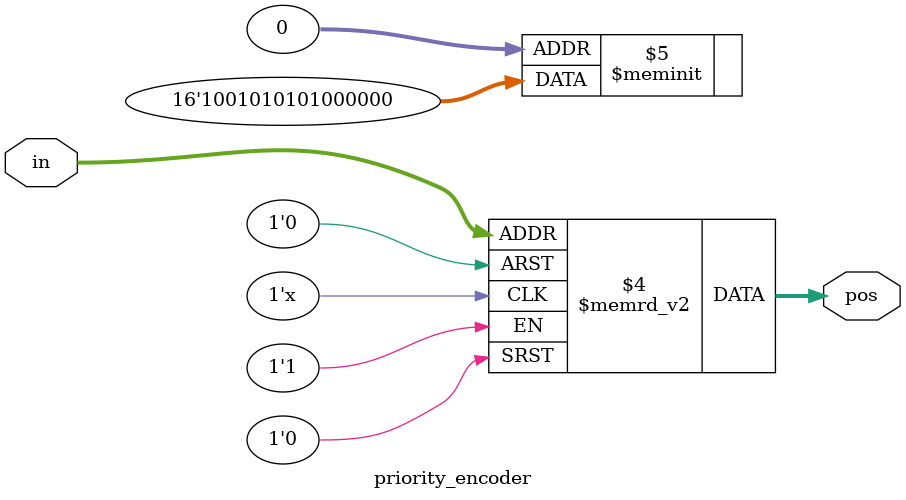
<source format=v>
module priority_encoder( 
input [2:0] in,
output reg [1:0] pos ); 
// When sel=1, assign b to out
always @(*) 
begin 
	case( in ) 
	3'd0: pos=2'd0; 
	3'd1: pos=2'd0; 
	3'd2: pos=2'd0; 
	3'd3: pos=2'd1; 
	3'd4: pos=2'd1; 
	3'd5: pos=2'd1; 
	3'd6: pos=2'd1; 
	3'd7: pos=2'd2; 
	endcase 
end 
endmodule

</source>
